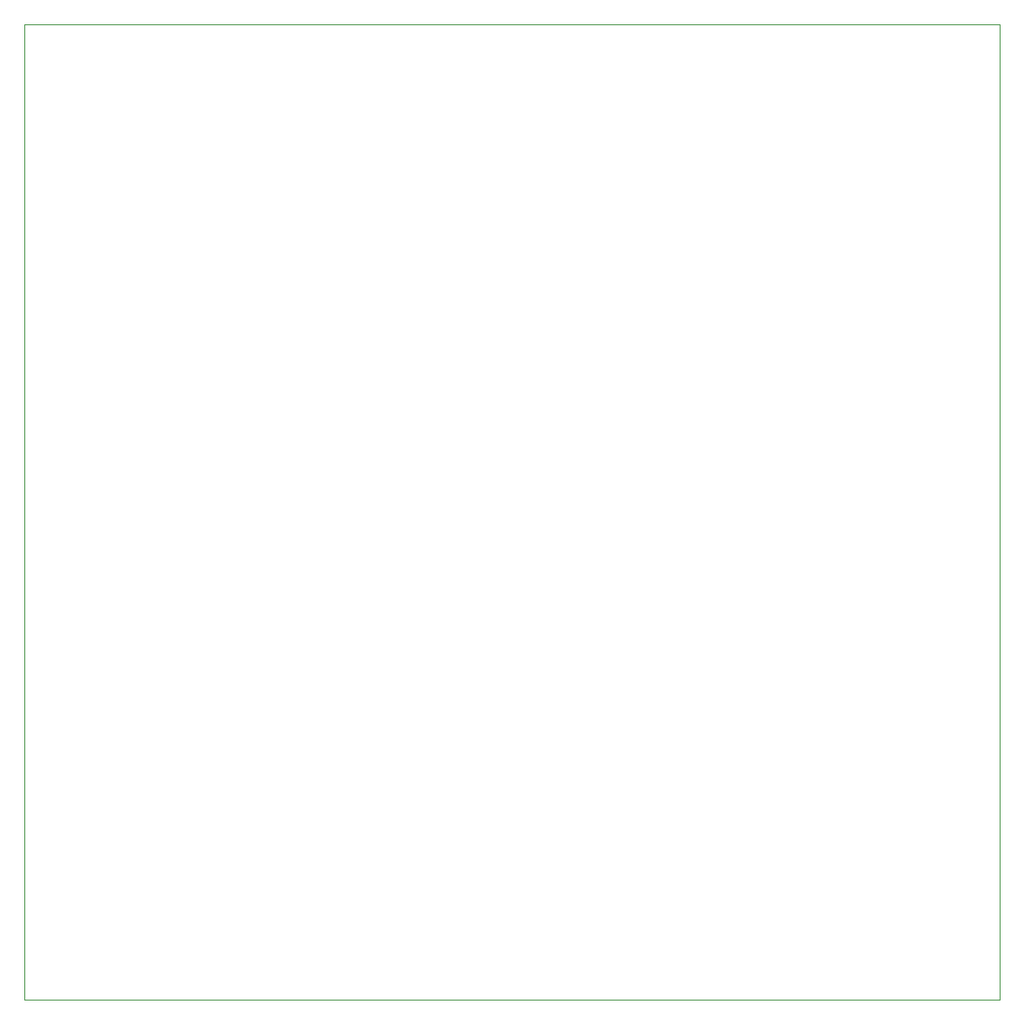
<source format=gbr>
%TF.GenerationSoftware,KiCad,Pcbnew,(6.0.1)*%
%TF.CreationDate,2022-02-13T11:40:04-05:00*%
%TF.ProjectId,STM32_Breakout,53544d33-325f-4427-9265-616b6f75742e,rev?*%
%TF.SameCoordinates,Original*%
%TF.FileFunction,Profile,NP*%
%FSLAX46Y46*%
G04 Gerber Fmt 4.6, Leading zero omitted, Abs format (unit mm)*
G04 Created by KiCad (PCBNEW (6.0.1)) date 2022-02-13 11:40:04*
%MOMM*%
%LPD*%
G01*
G04 APERTURE LIST*
%TA.AperFunction,Profile*%
%ADD10C,0.010000*%
%TD*%
G04 APERTURE END LIST*
D10*
X50000000Y-50000000D02*
X50000000Y-145000000D01*
X50000000Y-50000000D02*
X145000000Y-50000000D01*
X145000000Y-145000000D02*
X145000000Y-50000000D01*
X50000000Y-145000000D02*
X145000000Y-145000000D01*
M02*

</source>
